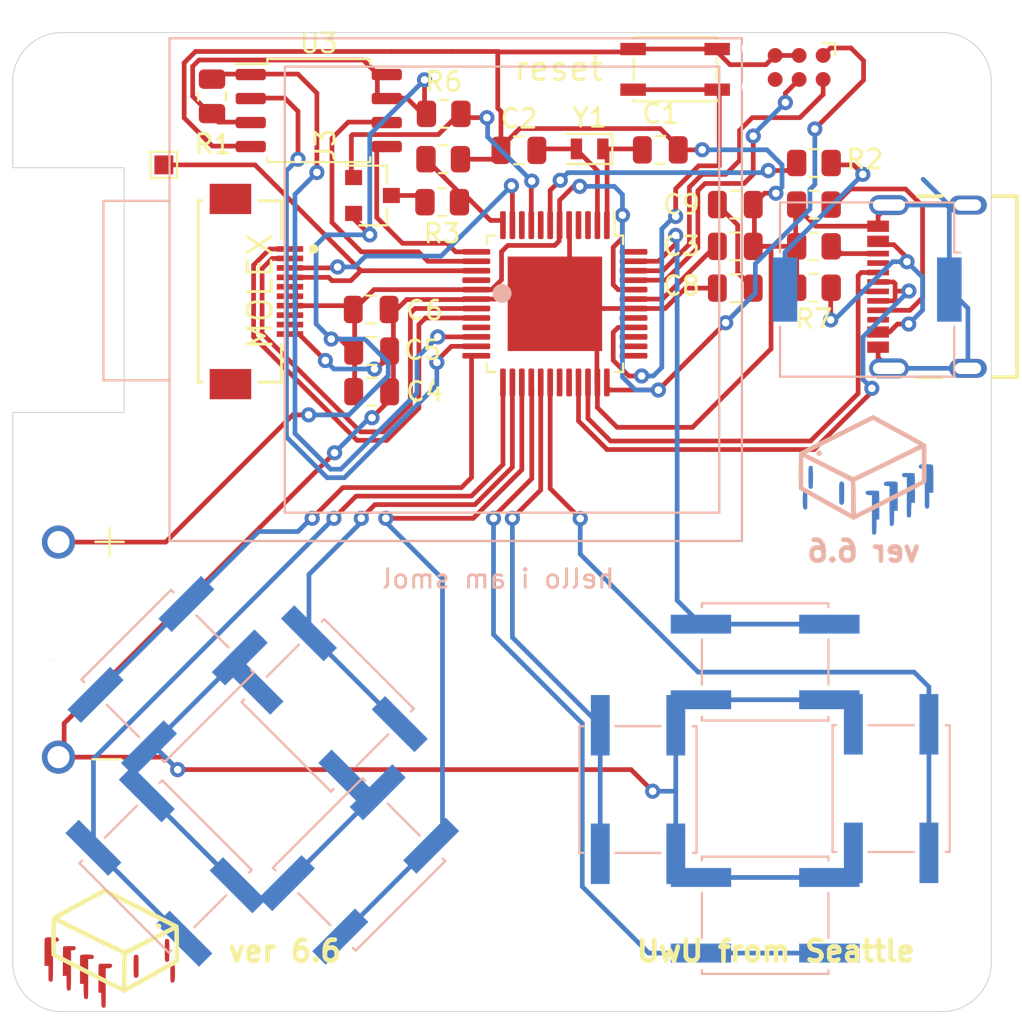
<source format=kicad_pcb>
(kicad_pcb (version 20211014) (generator pcbnew)
  (title_block (title "PAWESOME PET") (date "2020-08-12") (rev "1"))
  (layers (0 "F.Cu" signal) (31 "B.Cu" signal) (34 "B.Paste" user) (35 "F.Paste" user) (36 "B.SilkS" user "B.Silkscreen") (37 "F.SilkS" user "F.Silkscreen") (38 "B.Mask" user) (39 "F.Mask" user) (44 "Edge.Cuts" user))
  (net 0 "")
  (net 1 "/SWDIO")
  (net 2 "/SWCLK")
  (net 3 "+3V3")
  (net 4 "GND")
  (net 5 "/reset")
  (net 6 "/D+")
  (net 7 "/D-")
  (net 8 "/D7")
  (net 9 "/D6")
  (net 10 "/D10")
  (net 11 "/D11")
  (net 12 "/D5")
  (net 13 "/FLASH_MISO")
  (net 14 "/FLASH_CS")
  (net 15 "/DISP_SCLK")
  (net 16 "/DISP_SI")
  (net 17 "/FLASH_SCK")
  (net 18 "/FLASH_MOSI")
  (net 19 "/D8")
  (net 20 "/A1")
  (net 21 "Net-(C1-Pad1)")
  (net 22 "Net-(LS1-Pad2)")
  (net 23 "Net-(C2-Pad2)")
  (net 24 "Net-(C3-Pad2)")
  (net 25 "/D12")
  (net 26 "/D13")
  (net 27 "/A5")
  (net 28 "/A7")
  (net 30 "Net-(J1-PadA5)")
  (net 32 "Net-(J1-PadA4_B9)")
  (net 36 "/A0")
  (net 37 "/AREF")
  (net 38 "/A2")
  (net 39 "/A3")
  (net 40 "/A4")
  (net 41 "/D1")
  (net 42 "/D0")
  (net 43 "/MISO")
  (net 44 "/SDA")
  (net 45 "/SCL")
  (net 48 "/TXLED")
  (net 49 "usb_host_en")
  (net 50 "/RXLED")
  (net 51 "Net-(Q1-Pad3)")
  (net 52 "Net-(J1-PadB5)")
  (footprint "Capacitor_SMD:C_0805_2012Metric" (layer "F.Cu") (at 165.5787 70.2056)
    (fp_text reference "C1")
    (fp_text value "22pF")
  )
  (footprint "Capacitor_SMD:C_0805_2012Metric" (layer "F.Cu") (at 169.55 75.311 180)
    (fp_text reference "C3")
    (fp_text value "1uF")
  )
  (footprint "Capacitor_SMD:C_0805_2012Metric" (layer "F.Cu") (at 150.298 83)
    (fp_text reference "C4")
    (fp_text value "1uF")
  )
  (footprint "Capacitor_SMD:C_0805_2012Metric" (layer "F.Cu") (at 150.273 78.65)
    (fp_text reference "C6")
    (fp_text value "0.1uF")
  )
  (footprint "Resistor_SMD:R_0805_2012Metric" (layer "F.Cu") (at 141.85 67.375 -90)
    (fp_text reference "R1")
    (fp_text value "100k")
  )
  (footprint "Resistor_SMD:R_0805_2012Metric" (layer "F.Cu") (at 173.7125 70.9)
    (fp_text reference "R2")
    (fp_text value "470")
  )
  (footprint "pawpet:SW_SPST_PTS810_handsolder" (layer "F.Cu") (at 166.365 65.945 180)
    (fp_text reference "SW_reset1" hide)
    (fp_text value "reset")
  )
  (footprint "Crystal:Crystal_SMD_2012-2Pin_2.0x1.2mm" (layer "F.Cu") (at 161.8382 70.1548 180)
    (fp_text reference "Y1")
    (fp_text value "32,768")
  )
  (footprint "Resistor_SMD:R_0805_2012Metric" (layer "F.Cu") (at 154.0346 72.9742 180)
    (fp_text reference "R3")
    (fp_text value "100k")
  )
  (footprint "Resistor_SMD:R_0805_2012Metric" (layer "F.Cu") (at 154.0875 70.7 180)
    (fp_text reference "R4" hide)
    (fp_text value "100k")
  )
  (footprint "Package_QFP:TQFP-48-1EP_7x7mm_P0.5mm_EP5x5mm" (layer "F.Cu") (at 160 78.35 -90)
    (fp_text reference "U1" hide)
    (fp_text value "ATSAMD21G18A-A")
  )
  (footprint "Capacitor_SMD:C_0805_2012Metric" (layer "F.Cu") (at 150.298 80.85)
    (fp_text reference "C5")
    (fp_text value "1uF")
  )
  (footprint "Package_SO:SOIC-8_5.23x5.23mm_P1.27mm" (layer "F.Cu") (at 147.5 68.125)
    (fp_text reference "U3")
    (fp_text value "MX25R1635FM1IL0")
  )
  (footprint "molex:Molex-52892-1033-Manufacturer_Recommended" (layer "F.Cu") (at 144.4 77.7 -90)
    (fp_text reference "J3")
    (fp_text value "MOLEX")
  )
  (footprint "Capacitor_SMD:C_0805_2012Metric" (layer "F.Cu") (at 158.0935 70.231)
    (fp_text reference "C2")
    (fp_text value "22pF")
  )
  (footprint "pawpet:BAT_BC2AAAPC" (layer "F.Cu") (at 156.926 96.647)
    (fp_text reference "BT1" hide)
    (fp_text value "Battery")
  )
  (footprint "pawpet:MountingHole_2.7mm_M2.5_ISO14580_insert-edge" (layer "F.Cu") (at 180.55 66.55 180)
    (fp_text reference "REF**" hide)
    (fp_text value "M2.7mm")
  )
  (footprint "pawpet:MountingHole_2.7mm_M2.5_ISO14580_insert-edge" (layer "F.Cu") (at 157.2 113.25 90)
    (fp_text reference "REF**" hide)
    (fp_text value "M2.7mm")
  )
  (footprint "pawpet:kicad-drawing" (layer "F.Cu") (at 135.394947 112.825353)
    (fp_text reference "Ref**" hide)
    (fp_text value "Val**" hide)
  )
  (footprint "Connector:Tag-Connect_TC2030-IDC-NL_2x03_P1.27mm_Vertical" (layer "F.Cu") (at 172.93 65.844 180)
    (fp_text reference "J2" hide)
    (fp_text value "Conn_ARM_JTAG_SWD_10")
  )
  (footprint "gct:GCT_USB4105-GF-A" (layer "F.Cu") (at 181.864 77.4446 90)
    (fp_text reference "J1" hide)
    (fp_text value "USB4105-GF-A")
  )
  (footprint "Resistor_SMD:R_0805_2012Metric" (layer "F.Cu") (at 173.7125 73.1 180)
    (fp_text reference "R5" hide)
    (fp_text value "5.1k")
  )
  (footprint "Capacitor_SMD:C_0805_2012Metric" (layer "F.Cu") (at 169.55 77.5208 180)
    (fp_text reference "C8")
    (fp_text value "10uF")
  )
  (footprint "Capacitor_SMD:C_0805_2012Metric" (layer "F.Cu") (at 169.55 73.1)
    (fp_text reference "C9")
    (fp_text value "10uF")
  )
  (footprint "Package_TO_SOT_SMD:SOT-23" (layer "F.Cu") (at 150.3426 72.6186)
    (fp_text reference "Q1" hide)
    (fp_text value "DMG2301L")
  )
  (footprint "Resistor_SMD:R_0805_2012Metric" (layer "F.Cu") (at 154.1125 68.3 180)
    (fp_text reference "R6")
    (fp_text value "100k")
  )
  (footprint "Resistor_SMD:R_0805_2012Metric" (layer "F.Cu") (at 173.7125 77.5 180)
    (fp_text reference "R7")
    (fp_text value "1k")
  )
  (footprint "Resistor_SMD:R_0805_2012Metric" (layer "F.Cu") (at 173.7125 75.311 180)
    (fp_text reference "R8" hide)
    (fp_text value "5.1k")
  )
  (footprint "pawpet:MountingHole_2.7mm_M2.5_ISO14580_insert-edge" (layer "F.Cu") (at 133.8453 66.5353)
    (fp_text reference "REF**" hide)
    (fp_text value "M2.7mm")
  )
  (footprint "TestPoint:TestPoint_Pad_1.0x1.0mm" (layer "F.Cu") (at 139.3 71)
    (fp_text reference "TP1" hide)
    (fp_text value "TestPoint_Small")
  )
  (footprint "Buzzer_Beeper:Buzzer_Murata_PKMCS0909E4000-R1" (layer "B.Cu") (at 176.53 77.597 180)
    (fp_text reference "LS1" hide)
    (fp_text value "beep")
  )
  (footprint "pawpet:Sharp_128x128_LS013B7DH03" (layer "B.Cu") (at 134.1 77.9 -90)
    (fp_text reference "hello i am smol")
    (fp_text value "Sharp_128x128_LS013B7DH03")
  )
  (footprint "Button_Switch_SMD:SW_SPST_EVQQ2" (layer "B.Cu") (at 177.8 104 -90)
    (fp_text reference "SW_LEFT1" hide)
    (fp_text value "SW_Push")
  )
  (footprint "Button_Switch_SMD:SW_SPST_EVQQ2" (layer "B.Cu") (at 149.63 108.013 -135)
    (fp_text reference "SW_A1" hide)
    (fp_text value "SW_Push")
  )
  (footprint "Button_Switch_SMD:SW_SPST_EVQQ2" (layer "B.Cu") (at 171.13 110.704 180)
    (fp_text reference "SW_DOWN1" hide)
    (fp_text value "SW_Push")
  )
  (footprint "Button_Switch_SMD:SW_SPST_EVQQ2" (layer "B.Cu") (at 139.39 108.124 135)
    (fp_text reference "SW_P1" hide)
    (fp_text value "SW_Push")
  )
  (footprint "Button_Switch_SMD:SW_SPST_EVQQ2" (layer "B.Cu") (at 171.13 97.3)
    (fp_text reference "SW_UP1" hide)
    (fp_text value "SW_Push")
  )
  (footprint "Button_Switch_SMD:SW_SPST_EVQQ2" (layer "B.Cu") (at 147.97 99.6 -45)
    (fp_text reference "SW_B1" hide)
    (fp_text value "SW_Push")
  )
  (footprint "Button_Switch_SMD:SW_SPST_EVQQ2" (layer "B.Cu") (at 139.5 98.05 45)
    (fp_text reference "SW_C1" hide)
    (fp_text value "SW_Push")
  )
  (footprint "Button_Switch_SMD:SW_SPST_EVQQ2" (layer "B.Cu") (at 164.4 104.05 90)
    (fp_text reference "SW_RIGHT1" hide)
    (fp_text value "SW_Push")
  )
  (footprint "pawpet:kicad-drawing" (layer "B.Cu") (at 177.615054 87.795353 180)
    (fp_text reference "Ref**" hide)
    (fp_text value "Val**" hide)
  )
  (gr_line (start 180.6 64) (end 133.9 64) (layer "Edge.Cuts") (width 0.05))
  (gr_line (start 131.3 84.1) (end 131.3 113.2) (layer "Edge.Cuts") (width 0.05))
  (gr_line (start 131.3 66.6) (end 131.3 71.15) (layer "Edge.Cuts") (width 0.05))
  (gr_line (start 180.5 115.8) (end 133.9 115.8) (layer "Edge.Cuts") (width 0.05))
  (gr_arc (start 133.9 115.8) (mid 132.061522 115.038478) (end 131.3 113.2) (layer "Edge.Cuts") (width 0.05))
  (gr_arc (start 183.1 113.2) (mid 182.338478 115.038478) (end 180.5 115.8) (layer "Edge.Cuts") (width 0.05))
  (gr_line (start 183.1 113.2) (end 183.1 66.6) (layer "Edge.Cuts") (width 0.05))
  (gr_line (start 137.2 71.15) (end 137.2 84.1) (layer "Edge.Cuts") (width 0.05))
  (gr_arc (start 131.3 66.6) (mid 132.061522 64.761522) (end 133.9 64) (layer "Edge.Cuts") (width 0.05))
  (gr_arc (start 180.6 64) (mid 182.373608 64.796531) (end 183.1 66.6) (layer "Edge.Cuts") (width 0.05))
  (gr_line (start 137.2 84.1) (end 131.3 84.1) (layer "Edge.Cuts") (width 0.05))
  (gr_line (start 137.2 71.15) (end 131.3 71.15) (layer "Edge.Cuts") (width 0.05))
  (gr_text "ver 6.6\n" (at 176.345054 91.435353) (layer "B.SilkS") (effects (font (size 1.1 1.1) (thickness 0.25)) (justify mirror)))
  (gr_text "ver 6.6" (at 145.7 112.6) (layer "F.SilkS") (effects (font (size 1.1 1.1) (thickness 0.25))))
  (gr_text "UwU from Seattle" (at 171.7 112.6) (layer "F.SilkS") (effects (font (size 1.1 1.1) (thickness 0.25))))
  (segment (start 167.11958 75.19642) (end 167.119581 72.176219) (width 0.25) (layer "F.Cu") (net 1))
  (segment (start 174.2 67.27) (end 174.2 66.479) (width 0.25) (layer "F.Cu") (net 1))
  (segment (start 169.04138 71.501) (end 169.775489 70.766891) (width 0.25) (layer "F.Cu") (net 1))
  (segment (start 170.450886 68.5) (end 172.97 68.5) (width 0.25) (layer "F.Cu") (net 1))
  (segment (start 164.4125 76.6) (end 165.716 76.6) (width 0.25) (layer "F.Cu") (net 1))
  (segment (start 167.7948 71.501) (end 169.04138 71.501) (width 0.25) (layer "F.Cu") (net 1))
  (segment (start 165.716 76.6) (end 167.11958 75.19642) (width 0.25) (layer "F.Cu") (net 1))
  (segment (start 169.775489 69.175397) (end 170.450886 68.5) (width 0.25) (layer "F.Cu") (net 1))
  (segment (start 169.775489 70.766891) (end 169.775489 69.175397) (width 0.25) (layer "F.Cu") (net 1))
  (segment (start 167.119581 72.176219) (end 167.7948 71.501) (width 0.25) (layer "F.Cu") (net 1))
  (segment (start 172.97 68.5) (end 174.2 67.27) (width 0.25) (layer "F.Cu") (net 1))
  (segment (start 172.2 67.7) (end 172.2 67.209) (width 0.25) (layer "F.Cu") (net 2))
  (segment (start 164.4125 77.1) (end 165.857202 77.1) (width 0.25) (layer "F.Cu") (net 2))
  (segment (start 170.5 71.5) (end 170.5 69.4755) (width 0.25) (layer "F.Cu") (net 2))
  (segment (start 170.0164 71.9836) (end 170.5 71.5) (width 0.25) (layer "F.Cu") (net 2))
  (segment (start 169.175 71.9836) (end 170.0164 71.9836) (width 0.25) (layer "F.Cu") (net 2))
  (segment (start 167.56959 72.36262) (end 167.94861 71.9836) (width 0.25) (layer "F.Cu") (net 2))
  (segment (start 172.2 67.209) (end 172.93 66.479) (width 0.25) (layer "F.Cu") (net 2))
  (segment (start 167.56959 75.387612) (end 167.56959 72.36262) (width 0.25) (layer "F.Cu") (net 2))
  (segment (start 167.94861 71.9836) (end 169.175 71.9836) (width 0.25) (layer "F.Cu") (net 2))
  (segment (start 165.857202 77.1) (end 167.56959 75.387612) (width 0.25) (layer "F.Cu") (net 2))
  (via (at 172.2 67.7) (size 0.8) (drill 0.4) (layers "F.Cu" "B.Cu") (net 2))
  (via (at 170.5 69.4755) (size 0.8) (drill 0.4) (layers "F.Cu" "B.Cu") (net 2))
  (segment (start 170.5 69.4) (end 172.2 67.7) (width 0.25) (layer "B.Cu") (net 2))
  (segment (start 170.5 69.4755) (end 170.5 69.4) (width 0.25) (layer "B.Cu") (net 2))
  (segment (start 150.6 66.195) (end 150.6 67.465) (width 0.25) (layer "F.Cu") (net 3))
  (segment (start 170.5 77.5208) (end 169.67548 76.69628) (width 0.25) (layer "F.Cu") (net 3))
  (segment (start 157.502488 75.26251) (end 159.990692 75.26251) (width 0.25) (layer "F.Cu") (net 3))
  (segment (start 163.08749 77.340692) (end 163.08749 75.359308) (width 0.25) (layer "F.Cu") (net 3))
  (segment (start 163.08749 75.359308) (end 163.576 74.870798) (width 0.25) (layer "F.Cu") (net 3))
  (segment (start 176.339821 66.520179) (end 173.76 69.1) (width 0.25) (layer "F.Cu") (net 3))
  (segment (start 146.275001 77.449998) (end 146.275001 77.949997) (width 0.25) (layer "F.Cu") (net 3))
  (segment (start 152.165 67.465) (end 153.1 68.4) (width 0.25) (layer "F.Cu") (net 3))
  (segment (start 149.85499 65.44999) (end 150.6 66.195) (width 0.25) (layer "F.Cu") (net 3))
  (segment (start 175.671415 64.815301) (end 176.339821 65.483707) (width 0.25) (layer "F.Cu") (net 3))
  (segment (start 169.67548 76.69628) (end 169.67548 74.17548) (width 0.25) (layer "F.Cu") (net 3))
  (segment (start 160.25 72.871798) (end 160.985798 72.136) (width 0.25) (layer "F.Cu") (net 3))
  (segment (start 149.375 78.65) (end 150.425 77.6) (width 0.25) (layer "F.Cu") (net 3))
  (segment (start 141.85 68.4) (end 140.82499 67.37499) (width 0.25) (layer "F.Cu") (net 3))
  (segment (start 169.67548 74.17548) (end 168.6 73.1) (width 0.25) (layer "F.Cu") (net 3))
  (segment (start 148.160153 80.215153) (end 148.625653 80.215153) (width 0.25) (layer "F.Cu") (net 3))
  (segment (start 140.82499 67.37499) (end 140.82499 65.78682) (width 0.25) (layer "F.Cu") (net 3))
  (segment (start 148.974999 78.449999) (end 149.375 78.85) (width 0.25) (layer "F.Cu") (net 3))
  (segment (start 149.3426 73.8426) (end 150.2 74.7) (width 0.25) (layer "F.Cu") (net 3))
  (segment (start 144.4 68.735) (end 142.185 68.735) (width 0.25) (layer "F.Cu") (net 3))
  (segment (start 141.16182 65.44999) (end 149.85499 65.44999) (width 0.25) (layer "F.Cu") (net 3))
  (segment (start 170.5 77.5208) (end 170.5 77.8916) (width 0.25) (layer "F.Cu") (net 3))
  (segment (start 148.625653 80.215153) (end 149.2605 80.85) (width 0.25) (layer "F.Cu") (net 3))
  (segment (start 157.174999 75.589999) (end 157.301899 75.463099) (width 0.25) (layer "F.Cu") (net 3))
  (segment (start 150.425 77.6) (end 151.08681 77.6) (width 0.25) (layer "F.Cu") (net 3))
  (segment (start 146.275001 78.449999) (end 148.974999 78.449999) (width 0.25) (layer "F.Cu") (net 3))
  (segment (start 160.22501 75.028192) (end 160.22501 73.96249) (width 0.25) (layer "F.Cu") (net 3))
  (segment (start 169.0395 79.3521) (end 168.2546 80.137) (width 0.25) (layer "F.Cu") (net 3))
  (segment (start 165.4791 82.9125) (end 168.2546 80.137) (width 0.25) (layer "F.Cu") (net 3))
  (segment (start 134.021 90.957) (end 139.3956 90.957) (width 0.25) (layer "F.Cu") (net 3))
  (segment (start 153.1 68.2) (end 153.2 68.3) (width 0.25) (layer "F.Cu") (net 3))
  (segment (start 139.3956 90.957) (end 146.1262 84.2264) (width 0.25) (layer "F.Cu") (net 3))
  (segment (start 142.185 68.735) (end 141.85 68.4) (width 0.25) (layer "F.Cu") (net 3))
  (segment (start 160.22501 73.96249) (end 160.25 73.9375) (width 0.25) (layer "F.Cu") (net 3))
  (segment (start 146.275001 77.949997) (end 146.275001 78.449999) (width 0.25) (layer "F.Cu") (net 3))
  (segment (start 149.3426 73.5686) (end 149.3426 73.8426) (width 0.25) (layer "F.Cu") (net 3))
  (segment (start 174.593699 64.815301) (end 175.671415 64.815301) (width 0.25) (layer "F.Cu") (net 3))
  (segment (start 146.1262 84.2264) (end 146.9644 84.2264) (width 0.25) (layer "F.Cu") (net 3))
  (segment (start 162.9 82.9125) (end 165.4791 82.9125) (width 0.25) (layer "F.Cu") (net 3))
  (segment (start 162.75 82.7625) (end 162.9 82.9125) (width 0.25) (layer "F.Cu") (net 3))
  (segment (start 149.4 78.875) (end 149.375 78.85) (width 0.25) (layer "F.Cu") (net 3))
  (segment (start 149.4 83) (end 149.4 80.9) (width 0.25) (layer "F.Cu") (net 3))
  (segment (start 153.1 66.5) (end 153.1 68.2) (width 0.25) (layer "F.Cu") (net 3))
  (segment (start 160.25 73.9375) (end 160.25 72.871798) (width 0.25) (layer "F.Cu") (net 3))
  (segment (start 160.985798 72.136) (end 161.3154 72.136) (width 0.25) (layer "F.Cu") (net 3))
  (segment (start 159.990692 75.26251) (end 160.22501 75.028192) (width 0.25) (layer "F.Cu") (net 3))
  (segment (start 140.82499 65.78682) (end 141.16182 65.44999) (width 0.25) (layer "F.Cu") (net 3))
  (segment (start 156.653202 77.6) (end 157.174999 77.078203) (width 0.25) (layer "F.Cu") (net 3))
  (segment (start 157.301899 75.463099) (end 157.502488 75.26251) (width 0.25) (layer "F.Cu") (net 3))
  (segment (start 174.2 65.209) (end 174.593699 64.815301) (width 0.25) (layer "F.Cu") (net 3))
  (segment (start 155.5875 77.6) (end 156.653202 77.6) (width 0.25) (layer "F.Cu") (net 3))
  (segment (start 146.275001 78.949998) (end 146.275001 78.449999) (width 0.25) (layer "F.Cu") (net 3))
  (segment (start 149.4 80.9) (end 149.4 78.875) (width 0.25) (layer "F.Cu") (net 3))
  (segment (start 150.6 67.465) (end 152.165 67.465) (width 0.25) (layer "F.Cu") (net 3))
  (segment (start 176.339821 65.483707) (end 176.339821 66.520179) (width 0.25) (layer "F.Cu") (net 3))
  (segment (start 155.5875 77.6) (end 151.08681 77.6) (width 0.25) (layer "F.Cu") (net 3))
  (segment (start 163.346798 77.6) (end 163.08749 77.340692) (width 0.25) (layer "F.Cu") (net 3))
  (segment (start 157.174999 77.078203) (end 157.174999 75.589999) (width 0.25) (layer "F.Cu") (net 3))
  (segment (start 164.4125 77.6) (end 163.346798 77.6) (width 0.25) (layer "F.Cu") (net 3))
  (segment (start 163.576 74.870798) (end 163.576 73.66) (width 0.25) (layer "F.Cu") (net 3))
  (segment (start 170.5 77.8916) (end 169.0395 79.3521) (width 0.25) (layer "F.Cu") (net 3))
  (via (at 153.1 66.5) (size 0.8) (drill 0.4) (layers "F.Cu" "B.Cu") (net 3))
  (via (at 163.576 73.66) (size 0.8) (drill 0.4) (layers "F.Cu" "B.Cu") (net 3))
  (via (at 161.3154 72.136) (size 0.8) (drill 0.4) (layers "F.Cu" "B.Cu") (net 3))
  (via (at 165.4791 82.9125) (size 0.8) (drill 0.4) (layers "F.Cu" "B.Cu") (net 3))
  (via (at 150.2 74.7) (size 0.8) (drill 0.4) (layers "F.Cu" "B.Cu") (net 3))
  (via (at 173.76 69.1) (size 0.8) (drill 0.4) (layers "F.Cu" "B.Cu") (net 3))
  (via (at 146.9644 84.2264) (size 0.8) (drill 0.4) (layers "F.Cu" "B.Cu") (net 3))
  (via (at 148.160153 80.215153) (size 0.8) (drill 0.4) (layers "F.Cu" "B.Cu") (net 3))
  (via (at 169.0395 79.3521) (size 0.8) (drill 0.4) (layers "F.Cu" "B.Cu") (net 3))
  (segment (start 151.175001 82.148001) (end 151.175001 81.451999) (width 0.25) (layer "B.Cu") (net 3))
  (segment (start 147.9 74.7) (end 147.356999 75.243001) (width 0.25) (layer "B.Cu") (net 3))
  (segment (start 170.6118 76.230198) (end 170.6118 77.7798) (width 0.25) (layer "B.Cu") (net 3))
  (segment (start 170.6118 77.7798) (end 169.0395 79.3521) (width 0.25) (layer "B.Cu") (net 3))
  (segment (start 163.576 73.66) (end 163.576 82.226002) (width 0.25) (layer "B.Cu") (net 3))
  (segment (start 173.76 72.037406) (end 173.50001 72.297396) (width 0.25) (layer "B.Cu") (net 3))
  (segment (start 163.576 72.5678) (end 163.576 73.66) (width 0.25) (layer "B.Cu") (net 3))
  (segment (start 170.6118 76.230198) (end 173.50001 73.341988) (width 0.25) (layer "B.Cu") (net 3))
  (segment (start 150.2 74.7) (end 150.2 69.4) (width 0.25) (layer "B.Cu") (net 3))
  (segment (start 150.2 69.4) (end 153.1 66.5) (width 0.25) (layer "B.Cu") (net 3))
  (segment (start 149.096602 84.2264) (end 151.175001 82.148001) (width 0.25) (layer "B.Cu") (net 3))
  (segment (start 150.2 74.7) (end 147.9 74.7) (width 0.25) (layer "B.Cu") (net 3))
  (segment (start 164.262498 82.9125) (end 165.4791 82.9125) (width 0.25) (layer "B.Cu") (net 3))
  (segment (start 173.76 69.1) (end 173.76 72.037406) (width 0.25) (layer "B.Cu") (net 3))
  (segment (start 163.576 82.226002) (end 164.262498 82.9125) (width 0.25) (layer "B.Cu") (net 3))
  (segment (start 147.356999 75.243001) (end 147.356999 79.411999) (width 0.25) (layer "B.Cu") (net 3))
  (segment (start 163.1442 72.136) (end 163.576 72.5678) (width 0.25) (layer "B.Cu") (net 3))
  (segment (start 161.3154 72.136) (end 163.1442 72.136) (width 0.25) (layer "B.Cu") (net 3))
  (segment (start 146.9644 84.2264) (end 149.096602 84.2264) (width 0.25) (layer "B.Cu") (net 3))
  (segment (start 151.175001 81.451999) (end 149.938155 80.215153) (width 0.25) (layer "B.Cu") (net 3))
  (segment (start 147.356999 79.411999) (end 148.160153 80.215153) (width 0.25) (layer "B.Cu") (net 3))
  (segment (start 149.938155 80.215153) (end 148.160153 80.215153) (width 0.25) (layer "B.Cu") (net 3))
  (segment (start 173.50001 73.341988) (end 173.50001 72.297396) (width 0.25) (layer "B.Cu") (net 3))
  (segment (start 156.974999 65.025001) (end 156.974999 68.001997) (width 0.25) (layer "F.Cu") (net 4))
  (segment (start 162.25 82.7625) (end 162.25 82.45) (width 0.25) (layer "F.Cu") (net 4))
  (segment (start 140.374981 68.513171) (end 140.37498 65.60042) (width 0.25) (layer "F.Cu") (net 4))
  (segment (start 140.37498 65.60042) (end 140.97542 64.99998) (width 0.25) (layer "F.Cu") (net 4))
  (segment (start 156.974999 68.001997) (end 157.1435 68.170498) (width 0.25) (layer "F.Cu") (net 4))
  (segment (start 151.45 78.875) (end 151.425 78.85) (width 0.25) (layer "F.Cu") (net 4))
  (segment (start 139.3702 102.337) (end 140.0302 102.997) (width 0.25) (layer "F.Cu") (net 4))
  (segment (start 171.39942 75.311) (end 170.5 75.311) (width 0.25) (layer "F.Cu") (net 4))
  (segment (start 146.275001 79.949996) (end 146.449996 79.949996) (width 0.25) (layer "F.Cu") (net 4))
  (segment (start 162.25 82.45) (end 162.22501 82.42501) (width 0.25) (layer "F.Cu") (net 4))
  (segment (start 155.5875 78.1) (end 159.75 78.1) (width 0.25) (layer "F.Cu") (net 4))
  (segment (start 134.021 102.337) (end 134.021 100.548) (width 0.25) (layer "F.Cu") (net 4))
  (segment (start 160.75 74.2) (end 160.77499 74.22499) (width 0.25) (layer "F.Cu") (net 4))
  (segment (start 150.55 81.8) (end 151.45 80.9) (width 0.25) (layer "F.Cu") (net 4))
  (segment (start 177.109 74.2446) (end 177.109 73.6996) (width 0.25) (layer "F.Cu") (net 4))
  (segment (start 169.267821 65.697821) (end 171.171179 65.697821) (width 0.25) (layer "F.Cu") (net 4))
  (segment (start 144.4 70.005) (end 141.86681 70.005) (width 0.25) (layer "F.Cu") (net 4))
  (segment (start 151.45 83) (end 151.45 80.9) (width 0.25) (layer "F.Cu") (net 4))
  (segment (start 164.4125 78.6) (end 165.83341 78.6) (width 0.25) (layer "F.Cu") (net 4))
  (segment (start 162.25 82.7625) (end 162.25 83.8402) (width 0.25) (layer "F.Cu") (net 4))
  (segment (start 160.25 78.6) (end 160 78.35) (width 0.25) (layer "F.Cu") (net 4))
  (segment (start 151.324982 64.99998) (end 153.62058 64.99998) (width 0.25) (layer "F.Cu") (net 4))
  (segment (start 153.62058 64.99998) (end 154.56038 64.99998) (width 0.25) (layer "F.Cu") (net 4))
  (segment (start 177.109 81.1896) (end 177.684 81.7646) (width 0.25) (layer "F.Cu") (net 4))
  (segment (start 155.15 78.1) (end 155.12501 78.12499) (width 0.25) (layer "F.Cu") (net 4))
  (segment (start 167.7944 70.2056) (end 167.8 70.2) (width 0.25) (layer "F.Cu") (net 4))
  (segment (start 152.15001 78.12499) (end 151.425 78.85) (width 0.25) (layer "F.Cu") (net 4))
  (segment (start 134.021 102.337) (end 139.3702 102.337) (width 0.25) (layer "F.Cu") (net 4))
  (segment (start 163.2966 84.8868) (end 167.2844 84.8868) (width 0.25) (layer "F.Cu") (net 4))
  (segment (start 177.109 80.6446) (end 177.109 81.1896) (width 0.25) (layer "F.Cu") (net 4))
  (segment (start 166.624 70.1294) (end 165.57399 69.07939) (width 0.25) (layer "F.Cu") (net 4))
  (segment (start 151.3355 83) (end 151.3355 83.3605) (width 0.25) (layer "F.Cu") (net 4))
  (segment (start 160.77499 74.22499) (end 160.77499 77.57501) (width 0.25) (layer "F.Cu") (net 4))
  (segment (start 172.7454 73.1774) (end 173.8126 74.2446) (width 0.25) (layer "F.Cu") (net 4))
  (segment (start 166.5287 70.2056) (end 167.7944 70.2056) (width 0.25) (layer "F.Cu") (net 4))
  (segment (start 158.13141 69.07939) (end 157.056 70.1548) (width 0.25) (layer "F.Cu") (net 4))
  (segment (start 172.7454 75.279) (end 172.7774 75.311) (width 0.25) (layer "F.Cu") (net 4))
  (segment (start 134.021 100.548) (end 148.336 86.233) (width 0.25) (layer "F.Cu") (net 4))
  (segment (start 156.974999 65.025001) (end 164.134999 65.025001) (width 0.25) (layer "F.Cu") (net 4))
  (segment (start 165.83341 78.6) (end 166.91261 77.5208) (width 0.25) (layer "F.Cu") (net 4))
  (segment (start 162.25 83.8402) (end 163.2966 84.8868) (width 0.25) (layer "F.Cu") (net 4))
  (segment (start 170.5 75.311) (end 172.8 75.311) (width 0.25) (layer "F.Cu") (net 4))
  (segment (start 160.75 73.9375) (end 160.75 74.2) (width 0.25) (layer "F.Cu") (net 4))
  (segment (start 171.171179 65.697821) (end 171.66 65.209) (width 0.25) (layer "F.Cu") (net 4))
  (segment (start 167.2844 84.8868) (end 171.44421 80.72699) (width 0.25) (layer "F.Cu") (net 4))
  (segment (start 155.5875 78.1) (end 155.15 78.1) (width 0.25) (layer "F.Cu") (net 4))
  (segment (start 171.7 72.5) (end 171.1 72.5) (width 0.25) (layer "F.Cu") (net 4))
  (segment (start 171.44421 75.35579) (end 171.39942 75.311) (width 0.25) (layer "F.Cu") (net 4))
  (segment (start 162.22501 80.57501) (end 160 78.35) (width 0.25) (layer "F.Cu") (net 4))
  (segment (start 171.44421 80.74421) (end 171.44421 75.35579) (width 0.25) (layer "F.Cu") (net 4))
  (segment (start 151.45 80.9) (end 151.45 78.875) (width 0.25) (layer "F.Cu") (net 4))
  (segment (start 151.3355 83.3605) (end 150.3172 84.3788) (width 0.25) (layer "F.Cu") (net 4))
  (segment (start 171.44421 80.72699) (end 171.44421 80.74421) (width 0.25) (layer "F.Cu") (net 4))
  (segment (start 155.12501 78.12499) (end 152.15001 78.12499) (width 0.25) (layer "F.Cu") (net 4))
  (segment (start 140.0302 102.997) (end 164.0332 102.997) (width 0.25) (layer "F.Cu") (net 4))
  (segment (start 166.91261 77.5208) (end 168.4567 77.5208) (width 0.25) (layer "F.Cu") (net 4))
  (segment (start 171.66 65.209) (end 172.93 65.209) (width 0.25) (layer "F.Cu") (net 4))
  (segment (start 177.109 73.6996) (end 177.684 73.1246) (width 0.25) (layer "F.Cu") (net 4))
  (segment (start 170.561 73.0797) (end 170.5571 73.0758) (width 0.25) (layer "F.Cu") (net 4))
  (segment (start 165.57399 69.07939) (end 158.13141 69.07939) (width 0.25) (layer "F.Cu") (net 4))
  (segment (start 164.134999 65.025001) (end 164.29 64.87) (width 0.25) (layer "F.Cu") (net 4))
  (segment (start 170.561 75.311) (end 170.561 73.0797) (width 0.25) (layer "F.Cu") (net 4))
  (segment (start 146.275001 79.949996) (end 146.275001 79.449996) (width 0.25) (layer "F.Cu") (net 4))
  (segment (start 160.77499 77.57501) (end 160 78.35) (width 0.25) (layer "F.Cu") (net 4))
  (segment (start 162.22501 82.42501) (end 162.22501 80.57501) (width 0.25) (layer "F.Cu") (net 4))
  (segment (start 168.44 64.87) (end 169.267821 65.697821) (width 0.25) (layer "F.Cu") (net 4))
  (segment (start 141.86681 70.005) (end 140.374981 68.513171) (width 0.25) (layer "F.Cu") (net 4))
  (segment (start 159.75 78.1) (end 160 78.35) (width 0.25) (layer "F.Cu") (net 4))
  (segment (start 168.44 64.87) (end 164.29 64.87) (width 0.25) (layer "F.Cu") (net 4))
  (segment (start 164.0332 102.997) (end 165.1762 104.14) (width 0.25) (layer "F.Cu") (net 4))
  (segment (start 172.7454 73.1774) (end 172.7454 75.279) (width 0.25) (layer "F.Cu") (net 4))
  (segment (start 172.8 75.311) (end 172.8 77.5) (width 0.25) (layer "F.Cu") (net 4))
  (segment (start 150.45 81.8) (end 150.55 81.8) (width 0.25) (layer "F.Cu") (net 4))
  (segment (start 146.449996 79.949996) (end 147.85 81.35) (width 0.25) (layer "F.Cu") (net 4))
  (segment (start 157.1435 68.170498) (end 157.1435 70.231) (width 0.25) (layer "F.Cu") (net 4))
  (segment (start 173.8126 74.2446) (end 177.109 74.2446) (width 0.25) (layer "F.Cu") (net 4))
  (segment (start 171.1 72.5) (end 170.5 73.1) (width 0.25) (layer "F.Cu") (net 4))
  (segment (start 155 70.7) (end 156.6745 70.7) (width 0.25) (layer "F.Cu") (net 4))
  (segment (start 156.6745 70.7) (end 157.1435 70.231) (width 0.25) (layer "F.Cu") (net 4))
  (segment (start 154.56038 64.99998) (end 157.00002 64.99998) (width 0.25) (layer "F.Cu") (net 4))
  (segment (start 160.22501 78.57501) (end 160 78.35) (width 0.25) (layer "F.Cu") (net 4))
  (segment (start 140.97542 64.99998) (end 151.324982 64.99998) (width 0.25) (layer "F.Cu") (net 4))
  (segment (start 164.4125 78.6) (end 160.25 78.6) (width 0.25) (layer "F.Cu") (net 4))
  (via (at 165.1762 104.14) (size 0.8) (drill 0.4) (layers "F.Cu" "B.Cu") (net 4))
  (via (at 140.0302 102.997) (size 0.8) (drill 0.4) (layers "F.Cu" "B.Cu") (net 4))
  (via (at 147.85 81.35) (size 0.8) (drill 0.4) (layers "F.Cu" "B.Cu") (net 4))
  (via (at 150.45 81.8) (size 0.8) (drill 0.4) (layers "F.Cu" "B.Cu") (net 4))
  (via (at 171.7 72.5) (size 0.8) (drill 0.4) (layers "F.Cu" "B.Cu") (net 4))
  (via (at 150.3172 84.3788) (size 0.8) (drill 0.4) (layers "F.Cu" "B.Cu") (net 4))
  (via (at 148.336 86.233) (size 0.8) (drill 0.4) (layers "F.Cu" "B.Cu") (net 4))
  (via (at 167.8 70.2) (size 0.8) (drill 0.4) (layers "F.Cu" "B.Cu") (net 4))
  (segment (start 181.864 78.581) (end 180.88 77.597) (width 0.25) (layer "B.Cu") (net 4))
  (segment (start 144.9578 109.8042) (end 143.9164 109.8042) (width 0.25) (layer "B.Cu") (net 4))
  (segment (start 148.985977 103.418377) (end 150.2156 104.648) (width 0.25) (layer "B.Cu") (net 4))
  (segment (start 144.151623 98.610051) (end 144.151623 98.584023) (width 0.25) (layer "B.Cu") (net 4))
  (segment (start 148.959949 103.418377) (end 148.985977 103.418377) (width 0.25) (layer "B.Cu") (net 4))
  (segment (start 180.88 73.2602) (end 180.7444 73.1246) (width 0.25) (layer "B.Cu") (net 4))
  (segment (start 166.37 99.4918) (end 166.37 100.5332) (width 0.25) (layer "B.Cu") (net 4))
  (segment (start 175.8 99.5746) (end 175.4886 99.2632) (width 0.25) (layer "B.Cu") (net 4))
  (segment (start 166.4 104.2208) (end 166.4 107.45) (width 0.25) (layer "B.Cu") (net 4))
  (segment (start 171.224614 70.2) (end 172.024511 70.999897) (width 0.25) (layer "B.Cu") (net 4))
  (segment (start 180.7444 73.1246) (end 181.864 73.1246) (width 0.25) (layer "B.Cu") (net 4))
  (segment (start 141.068014 99.310414) (end 138.510051 101.868377) (width 0.25) (layer "B.Cu") (net 4))
  (segment (start 167.73 99.3) (end 166.5618 99.3) (width 0.25) (layer "B.Cu") (net 4))
  (segment (start 175.6744 108.704) (end 175.7934 108.585) (width 0.25) (layer "B.Cu") (net 4))
  (segment (start 138.9634 101.9302) (end 138.938 101.9302) (width 0.25) (layer "B.Cu") (net 4))
  (segment (start 177.684 73.1246) (end 180.7444 73.1246) (width 0.25) (layer "B.Cu") (net 4))
  (segment (start 144.151623 98.584023) (end 142.9766 97.409) (width 0.25) (layer "B.Cu") (net 4))
  (segment (start 138.392423 104.305623) (end 137.5918 103.505) (width 0.25) (layer "B.Cu") (net 4))
  (segment (start 145.759051 109.002949) (end 144.9578 109.8042) (width 0.25) (layer "B.Cu") (net 4))
  (segment (start 172.024511 70.999897) (end 172.024511 72.175489) (width 0.25) (layer "B.Cu") (net 4))
  (segment (start 145.811623 109.002949) (end 150.619949 104.194623) (width 0.25) (layer "B.Cu") (net 4))
  (segment (start 175.4886 99.2632) (end 174.6504 99.2632) (width 0.25) (layer "B.Cu") (net 4))
  (segment (start 147.85 81.35) (end 148.3 81.8) (width 0.25) (layer "B.Cu") (net 4))
  (segment (start 138.400051 104.305623) (end 138.392423 104.305623) (width 0.25) (layer "B.Cu") (net 4))
  (segment (start 166.8018 108.6612) (end 167.6908 108.6612) (width 0.25) (layer "B.Cu") (net 4))
  (segment (start 167.73 108.704) (end 167.654 108.704) (width 0.25) (layer "B.Cu") (net 4))
  (segment (start 180.88 73.144998) (end 179.495901 71.760899) (width 0.25) (layer "B.Cu") (net 4))
  (segment (start 175.8 100.6) (end 175.8 99.5746) (width 0.25) (layer "B.Cu") (net 4))
  (segment (start 148.3 81.8) (end 150.45 81.8) (width 0.25) (layer "B.Cu") (net 4))
  (segment (start 167.73 108.704) (end 174.53 108.704) (width 0.25) (layer "B.Cu") (net 4))
  (segment (start 143.318377 97.060051) (end 141.068014 99.310414) (width 0.25) (layer "B.Cu") (net 4))
  (segment (start 166.4 107.45) (end 166.4 108.2594) (width 0.25) (layer "B.Cu") (net 4))
  (segment (start 166.3192 104.14) (end 166.4 104.2208) (width 0.25) (layer "B.Cu") (net 4))
  (segment (start 165.1762 104.14) (end 166.3192 104.14) (width 0.25) (layer "B.Cu") (net 4))
  (segment (start 166.5618 99.3) (end 166.37 99.4918) (width 0.25) (layer "B.Cu") (net 4))
  (segment (start 166.4 100.65) (end 166.4 104.2208) (width 0.25) (layer "B.Cu") (net 4))
  (segment (start 167.73 99.3) (end 174.53 99.3) (width 0.25) (layer "B.Cu") (net 4))
  (segment (start 167.8 70.2) (end 171.224614 70.2) (width 0.25) (layer "B.Cu") (net 4))
  (segment (start 166.4 108.2594) (end 166.8018 108.6612) (width 0.25) (layer "B.Cu") (net 4))
  (segment (start 137.5918 103.505) (end 137.5918 102.8446) (width 0.25) (layer "B.Cu") (net 4))
  (segment (start 180.88 77.597) (end 180.88 73.2602) (width 0.25) (layer "B.Cu") (net 4))
  (segment (start 140.0302 102.997) (end 138.9634 101.9302) (width 0.25) (layer "B.Cu") (net 4))
  (segment (start 181.864 81.7646) (end 181.864 78.581) (width 0.25) (layer "B.Cu") (net 4))
  (segment (start 138.400051 104.305623) (end 143.208377 109.113949) (width 0.25) (layer "B.Cu") (net 4))
  (segment (start 143.9164 109.8042) (end 143.4592 109.347) (width 0.25) (layer "B.Cu") (net 4))
  (segment (start 148.336 86.233) (end 150.1902 84.3788) (width 0.25) (layer "B.Cu") (net 4))
  (segment (start 177.684 81.7646) (end 181.864 81.7646) (width 0.25) (layer "B.Cu") (net 4))
  (segment (start 172.024511 72.175489) (end 171.7 72.5) (width 0.25) (layer "B.Cu") (net 4))
  (segment (start 150.1902 84.3788) (end 150.3172 84.3788) (width 0.25) (layer "B.Cu") (net 4))
  (segment (start 174.53 108.704) (end 175.6744 108.704) (width 0.25) (layer "B.Cu") (net 4))
  (segment (start 166.4 100.65) (end 166.4 100.63) (width 0.25) (layer "B.Cu") (net 4))
  (segment (start 166.39458 73.726797) (end 166.39458 72.26481) (width 0.25) (layer "F.Cu") (net 5))
  (segment (start 167.6084 71.05099) (end 168.69961 71.05099) (width 0.25) (layer "F.Cu") (net 5))
  (segment (start 168.44 67.02) (end 168.69961 67.27961) (width 0.25) (layer "F.Cu") (net 5))
  (segment (start 166.39458 72.26481) (end 167.6084 71.05099) (width 0.25) (layer "F.Cu") (net 5))
  (segment (start 163.08749 81.340692) (end 163.915798 82.169) (width 0.25) (layer "F.Cu") (net 5))
  (segment (start 164.4125 79.6) (end 163.346798 79.6) (width 0.25) (layer "F.Cu") (net 5))
  (segment (start 164.29 67.02) (end 168.44 67.02) (width 0.25) (layer "F.Cu") (net 5))
  (segment (start 163.346798 79.6) (end 163.08749 79.859308) (width 0.25) (layer "F.Cu") (net 5))
  (segment (start 163.915798 82.169) (end 164.592 82.169) (width 0.25) (layer "F.Cu") (net 5))
  (segment (start 163.08749 79.859308) (end 163.08749 81.340692) (width 0.25) (layer "F.Cu") (net 5))
  (segment (start 168.69961 67.27961) (end 168.69961 71.05099) (width 0.25) (layer "F.Cu") (net 5))
  (via (at 166.39458 73.726797) (size 0.8) (drill 0.4) (layers "F.Cu" "B.Cu") (net 5))
  (via (at 164.592 82.169) (size 0.8) (drill 0.4) (layers "F.Cu" "B.Cu") (net 5))
  (segment (start 165.6588 74.389578) (end 166.321581 73.726797) (width 0.25) (layer "B.Cu") (net 5))
  (segment (start 166.321581 73.726797) (end 166.39458 73.726797) (width 0.25) (layer "B.Cu") (net 5))
  (segment (start 165.20879 82.169) (end 165.6588 81.71899) (width 0.25) (layer "B.Cu") (net 5))
  (segment (start 165.6588 81.71899) (end 165.6588 74.389578) (width 0.25) (layer "B.Cu") (net 5))
  (segment (start 164.592 82.169) (end 165.20879 82.169) (width 0.25) (layer "B.Cu") (net 5))
  (segment (start 162.948599 85.611801) (end 173.535987 85.611801) (width 0.25) (layer "F.Cu") (net 6))
  (segment (start 176.052597 77.941001) (end 176.052597 83.095191) (width 0.25) (layer "F.Cu") (net 6))
  (segment (start 176.052597 83.095191) (end 175.758989 83.388799) (width 0.25) (layer "F.Cu") (net 6))
  (segment (start 176.052597 77.627597) (end 176.052597 77.941001) (width 0.25) (layer "F.Cu") (net 6))
  (segment (start 177.109 77.6946) (end 176.1196 77.6946) (width 0.25) (layer "F.Cu") (net 6))
  (segment (start 161.75 84.413202) (end 162.948599 85.611801) (width 0.25) (layer "F.Cu") (net 6))
  (segment (start 175.065294 84.082494) (end 175.758989 83.388799) (width 0.25) (layer "F.Cu") (net 6))
  (segment (start 161.75 82.7625) (end 161.75 84.413202) (width 0.25) (layer "F.Cu") (net 6))
  (segment (start 176.218002 76.6946) (end 176.052597 76.860005) (width 0.25) (layer "F.Cu") (net 6))
  (segment (start 173.535987 85.611801) (end 175.065294 84.082494) (width 0.25) (layer "F.Cu") (net 6))
  (segment (start 176.1196 77.6946) (end 176.052597 77.627597) (width 0.25) (layer "F.Cu") (net 6))
  (segment (start 176.052597 76.860005) (end 176.052597 77.627597) (width 0.25) (layer "F.Cu") (net 6))
  (segment (start 177.109 76.6946) (end 176.218002 76.6946) (width 0.25) (layer "F.Cu") (net 6))
  (segment (start 173.722387 86.061811) (end 162.762199 86.061811) (width 0.25) (layer "F.Cu") (net 7))
  (segment (start 177.109 78.1946) (end 177.919002 78.1946) (width 0.25) (layer "F.Cu") (net 7))
  (segment (start 161.25 84.549612) (end 161.25 82.7625) (width 0.25) (layer "F.Cu") (net 7))
  (segment (start 177.919002 77.1946) (end 177.109 77.1946) (width 0.25) (layer "F.Cu") (net 7))
  (segment (start 178.009001 77.679001) (end 178.733999 77.679001) (width 0.25) (layer "F.Cu") (net 7))
  (segment (start 176.777097 83.007101) (end 173.722387 86.061811) (width 0.25) (layer "F.Cu") (net 7))
  (segment (start 178.009001 77.284599) (end 177.919002 77.1946) (width 0.25) (layer "F.Cu") (net 7))
  (segment (start 178.009001 77.679001) (end 178.009001 77.284599) (width 0.25) (layer "F.Cu") (net 7))
  (segment (start 176.777097 82.822263) (end 176.777097 83.007101) (width 0.25) (layer "F.Cu") (net 7))
  (segment (start 178.733999 77.679001) (end 178.7398 77.6732) (width 0.25) (layer "F.Cu") (net 7))
  (segment (start 177.919002 78.1946) (end 178.009001 78.104601) (width 0.25) (layer "F.Cu") (net 7))
  (segment (start 178.009001 78.104601) (end 178.009001 77.679001) (width 0.25) (layer "F.Cu") (net 7))
  (segment (start 162.762199 86.061811) (end 161.25 84.549612) (width 0.25) (layer "F.Cu") (net 7))
  (via (at 176.777097 82.822263) (size 0.8) (drill 0.4) (layers "F.Cu" "B.Cu") (net 7))
  (via (at 178.7398 77.6732) (size 0.8) (drill 0.4) (layers "F.Cu" "B.Cu") (net 7))
  (segment (start 176.30899 82.354156) (end 176.777097 82.822263) (width 0.25) (layer "B.Cu") (net 7))
  (segment (start 178.7398 77.6732) (end 176.30899 80.10401) (width 0.25) (layer "B.Cu") (net 7))
  (segment (start 176.30899 80.10401) (end 176.30899 82.354156) (width 0.25) (layer "B.Cu") (net 7))
  (segment (start 159.75 88) (end 159.75 82.7625) (width 0.25) (layer "F.Cu") (net 8))
  (segment (start 159.75 88.122) (end 161.3408 89.7128) (width 0.25) (layer "F.Cu") (net 8))
  (segment (start 159.75 88) (end 159.75 88.122) (width 0.25) (layer "F.Cu") (net 8))
  (via (at 161.3408 89.7128) (size 0.8) (drill 0.4) (layers "F.Cu" "B.Cu") (net 8))
  (segment (start 179.8 100.6) (end 179.8 107.4) (width 0.25) (layer "B.Cu") (net 8))
  (segment (start 179.8 98.6216) (end 179.8 100.6) (width 0.25) (layer "B.Cu") (net 8))
  (segment (start 161.3408 89.7128) (end 161.3408 91.595802) (width 0.25) (layer "B.Cu") (net 8))
  (segment (start 167.585186 97.840188) (end 179.018588 97.840188) (width 0.25) (layer "B.Cu") (net 8))
  (segment (start 179.018588 97.840188) (end 179.8 98.6216) (width 0.25) (layer "B.Cu") (net 8))
  (segment (start 161.3408 91.595802) (end 167.585186 97.840188) (width 0.25) (layer "B.Cu") (net 8))
  (segment (start 159.25 82.7625) (end 159.25 88.2) (width 0.25) (layer "F.Cu") (net 9))
  (segment (start 159.25 88.2) (end 157.75 89.7) (width 0.25) (layer "F.Cu") (net 9))
  (via (at 157.75 89.7) (size 0.8) (drill 0.4) (layers "F.Cu" "B.Cu") (net 9))
  (segment (start 162.4 107.45) (end 162.4 100.65) (width 0.25) (layer "B.Cu") (net 9))
  (segment (start 157.750003 96.000003) (end 162.4 100.65) (width 0.25) (layer "B.Cu") (net 9))
  (segment (start 157.750003 89.85) (end 157.750003 96.000003) (width 0.25) (layer "B.Cu") (net 9))
  (segment (start 158.25 82.7625) (end 158.25 87.126998) (width 0.25) (layer "F.Cu") (net 10))
  (segment (start 155.676998 89.7) (end 151.05 89.7) (width 0.25) (layer "F.Cu") (net 10))
  (segment (start 158.25 87.126998) (end 155.676998 89.7) (width 0.25) (layer "F.Cu") (net 10))
  (via (at 151.05 89.7) (size 0.8) (drill 0.4) (layers "F.Cu" "B.Cu") (net 10))
  (segment (start 151.05 89.9) (end 154.05 92.9) (width 0.25) (layer "B.Cu") (net 10))
  (segment (start 154.05 92.9) (end 154.05 106.421428) (width 0.25) (layer "B.Cu") (net 10))
  (segment (start 148.640051 111.831377) (end 153.448377 107.023051) (width 0.25) (layer "B.Cu") (net 10))
  (segment (start 149.475011 88.524989) (end 148.3 89.7) (width 0.25) (layer "F.Cu") (net 11))
  (segment (start 155.579189 88.524989) (end 149.475011 88.524989) (width 0.25) (layer "F.Cu") (net 11))
  (segment (start 157.25 86.854178) (end 155.579189 88.524989) (width 0.25) (layer "F.Cu") (net 11))
  (segment (start 157.25 82.7625) (end 157.25 86.854178) (width 0.25) (layer "F.Cu") (net 11))
  (via (at 148.3 89.7) (size 0.8) (drill 0.4) (layers "F.Cu" "B.Cu") (net 11))
  (segment (start 148.3 89.7) (end 135.571623 102.428377) (width 0.25) (layer "B.Cu") (net 11))
  (segment (start 135.571623 102.594062) (end 135.571623 107.134051) (width 0.25) (layer "B.Cu") (net 11))
  (segment (start 135.571623 107.134051) (end 140.379949 111.942377) (width 0.25) (layer "B.Cu") (net 11))
  (segment (start 135.571623 102.428377) (end 135.571623 102.594062) (width 0.25) (layer "B.Cu") (net 11))
  (segment (start 155.5875 87.537479) (end 155.05 88.074979) (width 0.25) (layer "F.Cu") (net 12))
  (segment (start 148.775021 88.074979) (end 147.15 89.7) (width 0.25) (layer "F.Cu") (net 12))
  (segment (start 155.5875 81.1) (end 155.5875 87.537479) (width 0.25) (layer "F.Cu") (net 12))
  (segment (start 155.05 88.074979) (end 148.775021 88.074979) (width 0.25) (layer "F.Cu") (net 12))
  (via (at 147.15 89.7) (size 0.8) (drill 0.4) (layers "F.Cu" "B.Cu") (net 12))
  (segment (start 147.1 89.7) (end 146.4 90.4) (width 0.25) (layer "B.Cu") (net 12))
  (segment (start 140.489949 94.231623) (end 135.681623 99.039949) (width 0.25) (layer "B.Cu") (net 12))
  (segment (start 146.4 90.4) (end 144.321572 90.4) (width 0.25) (layer "B.Cu") (net 12))
  (segment (start 144.321572 90.4) (end 140.489949 94.231623) (width 0.25) (layer "B.Cu") (net 12))
  (segment (start 146.4 68.165) (end 145.7 67.465) (width 0.25) (layer "F.Cu") (net 13))
  (segment (start 146.4 70.7) (end 146.4 68.165) (width 0.25) (layer "F.Cu") (net 13))
  (segment (start 153.75 81.371798) (end 153.75 81.45) (width 0.25) (layer "F.Cu") (net 13))
  (segment (start 145.7 67.465) (end 144.4 67.465) (width 0.25) (layer "F.Cu") (net 13))
  (segment (start 155.5875 80.6) (end 154.521798 80.6) (width 0.25) (layer "F.Cu") (net 13))
  (segment (start 154.521798 80.6) (end 153.75 81.371798) (width 0.25) (layer "F.Cu") (net 13))
  (via (at 146.4 70.7) (size 0.8) (drill 0.4) (layers "F.Cu" "B.Cu") (net 13))
  (via (at 153.75 81.45) (size 0.8) (drill 0.4) (layers "F.Cu" "B.Cu") (net 13))
  (segment (start 145.789389 85.395801) (end 145.789389 71.310611) (width 0.25) (layer "B.Cu") (net 13))
  (segment (start 153.75 81.45) (end 153.75 82.655412) (width 0.25) (layer "B.Cu") (net 13))
  (segment (start 145.789389 71.310611) (end 146.4 70.7) (width 0.25) (layer "B.Cu") (net 13))
  (segment (start 153.75 82.655412) (end 148.855402 87.55001) (width 0.25) (layer "B.Cu") (net 13))
  (segment (start 148.855402 87.55001) (end 147.943597 87.550009) (width 0.25) (layer "B.Cu") (net 13))
  (segment (start 147.943597 87.550009) (end 145.789389 85.395801) (width 0.25) (layer "B.Cu") (net 13))
  (segment (start 147.4 71.4) (end 147.4 67.2) (width 0.25) (layer "F.Cu") (net 14))
  (segment (start 146.395 66.195) (end 144.4 66.195) (width 0.25) (layer "F.Cu") (net 14))
  (segment (start 144.4 66.195) (end 142.005 66.195) (width 0.25) (layer "F.Cu") (net 14))
  (segment (start 147.4 67.2) (end 146.395 66.195) (width 0.25) (layer "F.Cu") (net 14))
  (segment (start 142.005 66.195) (end 141.85 66.35) (width 0.25) (layer "F.Cu") (net 14))
  (segment (start 155.5875 80.1) (end 153.8 80.1) (width 0.25) (layer "F.Cu") (net 14))
  (via (at 153.8 80.1) (size 0.8) (drill 0.4) (layers "F.Cu" "B.Cu") (net 14))
  (via (at 147.4 71.4) (size 0.8) (drill 0.4) (layers "F.Cu" "B.Cu") (net 14))
  (segment (start 146.239399 72.560601) (end 147.4 71.4) (width 0.25) (layer "B.Cu") (net 14))
  (segment (start 148.129998 87.1) (end 146.239399 85.209401) (width 0.25) (layer "B.Cu") (net 14))
  (segment (start 146.239399 85.209401) (end 146.239399 72.560601) (width 0.25) (layer "B.Cu") (net 14))
  (segment (start 152.7 81.2) (end 152.7 83.069002) (width 0.25) (layer "B.Cu") (net 14))
  (segment (start 148.669002 87.1) (end 148.129998 87.1) (width 0.25) (layer "B.Cu") (net 14))
  (segment (start 152.7 83.069002) (end 148.669002 87.1) (width 0.25) (layer "B.Cu") (net 14))
  (segment (start 153.8 80.1) (end 152.7 81.2) (width 0.25) (layer "B.Cu") (net 14))
  (segment (start 152.80001 79.45) (end 152.800009 83.874591) (width 0.25) (layer "F.Cu") (net 15))
  (segment (start 149.528603 85.57501) (end 144.04998 80.096387) (width 0.25) (layer "F.Cu") (net 15))
  (segment (start 155.5875 79.1) (end 153.15001 79.1) (width 0.25) (layer "F.Cu") (net 15))
  (segment (start 144.04998 80.096387) (end 144.049981 76.303606) (width 0.25) (layer "F.Cu") (net 15))
  (segment (start 144.049981 76.303606) (end 144.903588 75.449999) (width 0.25) (layer "F.Cu") (net 15))
  (segment (start 152.800009 83.874591) (end 151.099589 85.575011) (width 0.25) (layer "F.Cu") (net 15))
  (segment (start 153.15001 79.1) (end 152.80001 79.45) (width 0.25) (layer "F.Cu") (net 15))
  (segment (start 144.903588 75.449999) (end 146.275001 75.449999) (width 0.25) (layer "F.Cu") (net 15))
  (segment (start 151.099589 85.575011) (end 149.528603 85.57501) (width 0.25) (layer "F.Cu") (net 15))
  (segment (start 144.49999 76.490007) (end 145.039999 75.949998) (width 0.25) (layer "F.Cu") (net 16))
  (segment (start 145.039999 75.949998) (end 146.275001 75.949998) (width 0.25) (layer "F.Cu") (net 16))
  (segment (start 155.5875 78.6) (end 152.6 78.6) (width 0.25) (layer "F.Cu") (net 16))
  (segment (start 150.913189 85.125001) (end 149.715004 85.125001) (width 0.25) (layer "F.Cu") (net 16))
  (segment (start 152.6 78.6) (end 152.35 78.85) (width 0.25) (layer "F.Cu") (net 16))
  (segment (start 152.35 78.85) (end 152.35 83.68819) (width 0.25) (layer "F.Cu") (net 16))
  (segment (start 144.49999 79.909987) (end 144.49999 76.490007) (width 0.25) (layer "F.Cu") (net 16))
  (segment (start 152.35 83.68819) (end 150.913189 85.125001) (width 0.25) (layer "F.Cu") (net 16))
  (segment (start 149.715004 85.125001) (end 144.49999 79.909987) (width 0.25) (layer "F.Cu") (net 16))
  (segment (start 155.5875 76.1) (end 153.273002 76.1) (width 0.25) (layer "F.Cu") (net 17))
  (segment (start 149.06101 68.735) (end 148.20001 69.596) (width 0.25) (layer "F.Cu") (net 17))
  (segment (start 152.773002 75.6) (end 149.753208 75.6) (width 0.25) (layer "F.Cu") (net 17))
  (segment (start 153.273002 76.1) (end 152.773002 75.6) (width 0.25) (layer "F.Cu") (net 17))
  (segment (start 150.6 68.735) (end 149.06101 68.735) (width 0.25) (layer "F.Cu") (net 17))
  (segment (start 149.753208 75.6) (end 148.20001 74.046802) (width 0.25) (layer "F.Cu") (net 17))
  (segment (start 148.20001 69.596) (end 148.20001 74.046802) (width 0.25) (layer "F.Cu") (net 17))
  (segment (start 154.29639 75.14999) (end 154.7464 75.6) (width 0.25) (layer "F.Cu") (net 18))
  (segment (start 154.7464 75.6) (end 155.5875 75.6) (width 0.25) (layer "F.Cu") (net 18))
  (segment (start 151.93419 75.14999) (end 154.29639 75.14999) (width 0.25) (layer "F.Cu") (net 18))
  (segment (start 150.567599 73.783399) (end 151.93419 75.14999) (width 0.25) (layer "F.Cu") (net 18))
  (segment (start 150.567599 73.783399) (end 150.567599 70.037401) (width 0.25) (layer "F.Cu") (net 18))
  (segment (start 150.567599 70.037401) (end 150.6 70.005) (width 0.25) (layer "F.Cu") (net 18))
  (segment (start 146.275001 76.449997) (end 148.305079 76.449997) (width 0.25) (layer "F.Cu") (net 19))
  (segment (start 157.75 72.15) (end 157.75 73.9375) (width 0.25) (layer "F.Cu") (net 19))
  (segment (start 157.7 72.1) (end 157.75 72.15) (width 0.25) (layer "F.Cu") (net 19))
  (via (at 157.7 72.1) (size 0.8) (drill 0.4) (layers "F.Cu" "B.Cu") (net 19))
  (via (at 148.5 76.4) (size 0.8) (drill 0.4) (layers "F.Cu" "B.Cu") (net 19))
  (segment (start 153.975001 75.824999) (end 149.975001 75.824999) (width 0.25) (layer "B.Cu") (net 19))
  (segment (start 149.4 76.4) (end 148.5 76.4) (width 0.25) (layer "B.Cu") (net 19))
  (segment (start 149.975001 75.824999) (end 149.4 76.4) (width 0.25) (layer "B.Cu") (net 19))
  (segment (start 157.7 72.1) (end 153.975001 75.824999) (width 0.25) (layer "B.Cu") (net 19))
  (segment (start 171.3 71.3) (end 172.4125 71.3) (width 0.25) (layer "F.Cu") (net 20))
  (segment (start 159.75 72.346492) (end 160.282346 71.814146) (width 0.25) (layer "F.Cu") (net 20))
  (segment (start 172.4125 71.3) (end 172.7125 71) (width 0.25) (layer "F.Cu") (net 20))
  (segment (start 159.75 73.9375) (end 159.75 72.346492) (width 0.25) (layer "F.Cu") (net 20))
  (via (at 160.282346 71.814146) (size 0.8) (drill 0.4) (layers "F.Cu" "B.Cu") (net 20))
  (via (at 171.3 71.3) (size 0.8) (drill 0.4) (layers "F.Cu" "B.Cu") (net 20))
  (segment (start 171.189001 71.410999) (end 171.3 71.3) (width 0.25) (layer "B.Cu") (net 20))
  (segment (start 160.685493 71.410999) (end 171.189001 71.410999) (width 0.25) (layer "B.Cu") (net 20))
  (segment (start 160.282346 71.814146) (end 160.685493 71.410999) (width 0.25) (layer "B.Cu") (net 20))
  (segment (start 162.7632 70.1548) (end 162.7632 73.9243) (width 0.25) (layer "F.Cu") (net 21))
  (segment (start 162.7632 73.9243) (end 162.75 73.9375) (width 0.25) (layer "F.Cu") (net 21))
  (segment (start 162.7632 70.1548) (end 164.5236 70.1548) (width 0.25) (layer "F.Cu") (net 21))
  (segment (start 164.5236 70.1548) (end 164.549 70.1294) (width 0.25) (layer "F.Cu") (net 21))
  (segment (start 174.7 71) (end 175.8 71) (width 0.25) (layer "F.Cu") (net 22))
  (segment (start 175.8 71) (end 176.3 71.5) (width 0.25) (layer "F.Cu") (net 22))
  (via (at 176.3 71.5) (size 0.8) (drill 0.4) (layers "F.Cu" "B.Cu") (net 22))
  (segment (start 176.3 71.5) (end 172.18 75.62) (width 0.25) (layer "B.Cu") (net 22))
  (segment (start 172.18 75.62) (end 172.18 77.597) (width 0.25) (layer "B.Cu") (net 22))
  (segment (start 161.103198 70.1548) (end 160.9132 70.1548) (width 0.25) (layer "F.Cu") (net 23))
  (segment (start 159.131 70.1548) (end 160.9132 70.1548) (width 0.25) (layer "F.Cu") (net 23))
  (segment (start 162.25 73.9375) (end 162.25 71.301602) (width 0.25) (layer "F.Cu") (net 23))
  (segment (start 162.25 71.301602) (end 161.103198 70.1548) (width 0.25) (layer "F.Cu") (net 23))
  (segment (start 164.4125 78.1) (end 165.697 78.1) (width 0.25) (layer "F.Cu") (net 24))
  (segment (start 165.697 78.1) (end 168.486 75.311) (width 0.25) (layer "F.Cu") (net 24))
  (segment (start 156.75 89.626998) (end 156.75 89.7) (width 0.25) (layer "F.Cu") (net 25))
  (segment (start 158.7625 82.7625) (end 158.77499 82.77499) (width 0.25) (layer "F.Cu") (net 25))
  (segment (start 158.77499 82.77499) (end 158.77499 87.602008) (width 0.25) (layer "F.Cu") (net 25))
  (segment (start 158.75 82.7625) (end 158.7625 82.7625) (width 0.25) (layer "F.Cu") (net 25))
  (segment (start 158.77499 87.602008) (end 156.75 89.626998) (width 0.25) (layer "F.Cu") (net 25))
  (via (at 156.75 89.7) (size 0.8) (drill 0.4) (layers "F.Cu" "B.Cu") (net 25))
  (segment (start 164.968998 112.704) (end 167.73 112.704) (width 0.25) (layer "B.Cu") (net 25))
  (segment (start 156.75 89.85) (end 156.75 95.85) (width 0.25) (layer "B.Cu") (net 25))
  (segment (start 161.45 100.55) (end 161.45 109.185002) (width 0.25) (layer "B.Cu") (net 25))
  (segment (start 174.53 112.704) (end 167.73 112.704) (width 0.25) (layer "B.Cu") (net 25))
  (segment (start 161.45 109.185002) (end 164.968998 112.704) (width 0.25) (layer "B.Cu") (net 25))
  (segment (start 156.75 95.85) (end 161.45 100.55) (width 0.25) (layer "B.Cu") (net 25))
  (segment (start 157.75 86.990588) (end 155.765589 88.974999) (width 0.25) (layer "F.Cu") (net 26))
  (segment (start 155.765589 88.974999) (end 150.475001 88.974999) (width 0.25) (layer "F.Cu") (net 26))
  (segment (start 150.475001 88.974999) (end 149.75 89.7) (width 0.25) (layer "F.Cu") (net 26))
  (segment (start 157.75 82.7625) (end 157.75 86.990588) (width 0.25) (layer "F.Cu") (net 26))
  (via (at 149.75 89.7) (size 0.8) (drill 0.4) (layers "F.Cu" "B.Cu") (net 26))
  (segment (start 151.788377 100.589949) (end 146.980051 95.781623) (width 0.25) (layer "B.Cu") (net 26))
  (segment (start 146.980051 92.669949) (end 146.980051 95.781623) (width 0.25) (layer "B.Cu") (net 26))
  (segment (start 146.980051 92.669949) (end 149.8 89.85) (width 0.25) (layer "B.Cu") (net 26))
  (segment (start 164.4125 76.1) (end 165.478202 76.1) (width 0.25) (layer "F.Cu") (net 27))
  (segment (start 165.478202 76.1) (end 166.39458 75.183622) (width 0.25) (layer "F.Cu") (net 27))
  (segment (start 166.39458 75.183622) (end 166.39458 74.7268) (width 0.25) (layer "F.Cu") (net 27))
  (via (at 166.39458 74.7268) (size 0.8) (drill 0.4) (layers "F.Cu" "B.Cu") (net 27))
  (segment (start 167.73 95.3) (end 174.53 95.3) (width 0.25) (layer "B.Cu") (net 27))
  (segment (start 166.4716 94.0416) (end 166.4716 74.80382) (width 0.25) (layer "B.Cu") (net 27))
  (segment (start 166.4716 74.80382) (end 166.39458 74.7268) (width 0.25) (layer "B.Cu") (net 27))
  (segment (start 167.73 95.3) (end 166.4716 94.0416) (width 0.25) (layer "B.Cu") (net 27))
  (segment (start 156.5891 73.9375) (end 155.5496 72.898) (width 0.25) (layer "F.Cu") (net 28))
  (segment (start 154.9471 72.9742) (end 154.9471 72.4721) (width 0.25) (layer "F.Cu") (net 28))
  (segment (start 157.25 73.9375) (end 156.5891 73.9375) (width 0.25) (layer "F.Cu") (net 28))
  (segment (start 155.0416 72.39) (end 155.5496 72.898) (width 0.25) (layer "F.Cu") (net 28))
  (segment (start 154.9471 72.4721) (end 153.175 70.7) (width 0.25) (layer "F.Cu") (net 28))
  (segment (start 178.791402 78.6946) (end 179.464801 78.021201) (width 0.25) (layer "F.Cu") (net 30))
  (segment (start 175.64821 72.27459) (end 174.7454 73.1774) (width 0.25) (layer "F.Cu") (net 30))
  (segment (start 178.561085 72.27459) (end 175.64821 72.27459) (width 0.25) (layer "F.Cu") (net 30))
  (segment (start 177.109 78.6946) (end 178.791402 78.6946) (width 0.25) (layer "F.Cu") (net 30))
  (segment (start 179.464801 73.178306) (end 178.561085 72.27459) (width 0.25) (layer "F.Cu") (net 30))
  (segment (start 179.464801 78.021201) (end 179.464801 73.178306) (width 0.25) (layer "F.Cu") (net 30))
  (segment (start 177.283999 75.219599) (end 177.944001 75.219599) (width 0.25) (layer "F.Cu") (net 32))
  (segment (start 178.73218 79.4196) (end 178.136998 79.4196) (width 0.25) (layer "F.Cu") (net 32))
  (segment (start 177.269001 75.204601) (end 177.109 75.0446) (width 0.25) (layer "F.Cu") (net 32))
  (segment (start 178.136998 79.4196) (end 177.711998 79.8446) (width 0.25) (layer "F.Cu") (net 32))
  (segment (start 174.6 79.2) (end 174.6 77.525) (width 0.25) (layer "F.Cu") (net 32))
  (segment (start 177.711998 79.8446) (end 177.109 79.8446) (width 0.25) (layer "F.Cu") (net 32))
  (segment (start 174.6 77.525) (end 174.625 77.5) (width 0.25) (layer "F.Cu") (net 32))
  (segment (start 177.944001 75.219599) (end 178.6382 75.913798) (width 0.25) (layer "F.Cu") (net 32))
  (segment (start 177.109 75.0446) (end 177.283999 75.219599) (width 0.25) (layer "F.Cu") (net 32))
  (segment (start 178.6382 75.913798) (end 178.6382 76.1238) (width 0.25) (layer "F.Cu") (net 32))
  (via (at 178.6382 76.1238) (size 0.8) (drill 0.4) (layers "F.Cu" "B.Cu") (net 32))
  (via (at 174.6 79.2) (size 0.8) (drill 0.4) (layers "F.Cu" "B.Cu") (net 32))
  (via (at 178.73218 79.4196) (size 0.8) (drill 0.4) (layers "F.Cu" "B.Cu") (net 32))
  (segment (start 178.6382 76.1238) (end 177.8762 76.1238) (width 0.25) (layer "B.Cu") (net 32))
  (segment (start 177.8762 76.1238) (end 174.8 79.2) (width 0.25) (layer "B.Cu") (net 32))
  (segment (start 179.464801 78.686979) (end 178.73218 79.4196) (width 0.25) (layer "B.Cu") (net 32))
  (segment (start 174.8 79.2) (end 174.6 79.2) (width 0.25) (layer "B.Cu") (net 32))
  (segment (start 179.464801 76.950401) (end 179.464801 78.686979) (width 0.25) (layer "B.Cu") (net 32))
  (segment (start 178.6382 76.1238) (end 179.464801 76.950401) (width 0.25) (layer "B.Cu") (net 32))
  (segment (start 149.224999 69.459999) (end 149.289999 69.394999) (width 0.25) (layer "F.Cu") (net 39))
  (segment (start 149.289999 69.394999) (end 153.830001 69.394999) (width 0.25) (layer "F.Cu") (net 39))
  (segment (start 155.025 68.5) (end 154.925 68.4) (width 0.25) (layer "F.Cu") (net 39))
  (segment (start 158.75 71.882) (end 158.7754 71.8566) (width 0.25) (layer "F.Cu") (net 39))
  (segment (start 149.224999 71.550999) (end 149.224999 69.459999) (width 0.25) (layer "F.Cu") (net 39))
  (segment (start 153.830001 69.394999) (end 154.925 68.3) (width 0.25) (layer "F.Cu") (net 39))
  (segment (start 156.4 68.5) (end 155.025 68.5) (width 0.25) (layer "F.Cu") (net 39))
  (segment (start 158.75 73.9375) (end 158.75 71.882) (width 0.25) (layer "F.Cu") (net 39))
  (segment (start 149.3426 71.6686) (end 149.224999 71.550999) (width 0.25) (layer "F.Cu") (net 39))
  (via (at 156.4 68.5) (size 0.8) (drill 0.4) (layers "F.Cu" "B.Cu") (net 39))
  (via (at 158.7754 71.8566) (size 0.8) (drill 0.4) (layers "F.Cu" "B.Cu") (net 39))
  (segment (start 156.437858 69.519058) (end 156.437858 68.537858) (width 0.25) (layer "B.Cu") (net 39))
  (segment (start 158.7754 71.8566) (end 156.437858 69.519058) (width 0.25) (layer "B.Cu") (net 39))
  (segment (start 156.437858 68.537858) (end 156.4 68.5) (width 0.25) (layer "B.Cu") (net 39))
  (segment (start 146.275001 76.949999) (end 148.025385 76.949999) (width 0.25) (layer "F.Cu") (net 41))
  (segment (start 148.199897 77.124511) (end 149.200103 77.124511) (width 0.25) (layer "F.Cu") (net 41))
  (segment (start 150.273002 76.6) (end 149.724614 76.6) (width 0.25) (layer "F.Cu") (net 41))
  (segment (start 149.200103 77.124511) (end 149.724614 76.6) (width 0.25) (layer "F.Cu") (net 41))
  (segment (start 148.025385 76.949999) (end 148.199897 77.124511) (width 0.25) (layer "F.Cu") (net 41))
  (segment (start 155.5875 76.6) (end 150.273002 76.6) (width 0.25) (layer "F.Cu") (net 41))
  (segment (start 144.124614 71) (end 139.3 71) (width 0.25) (layer "F.Cu") (net 41))
  (segment (start 149.724614 76.6) (end 144.124614 71) (width 0.25) (layer "F.Cu") (net 41))
  (segment (start 152.654 72.6186) (end 153.0096 72.9742) (width 0.25) (layer "F.Cu") (net 51))
  (segment (start 151.3426 72.6186) (end 152.654 72.6186) (width 0.25) (layer "F.Cu") (net 51))
  (segment (start 175.161 75.6946) (end 174.7774 75.311) (width 0.25) (layer "F.Cu") (net 52))
  (segment (start 177.109 75.6946) (end 175.161 75.6946) (width 0.25) (layer "F.Cu") (net 52))
)
</source>
